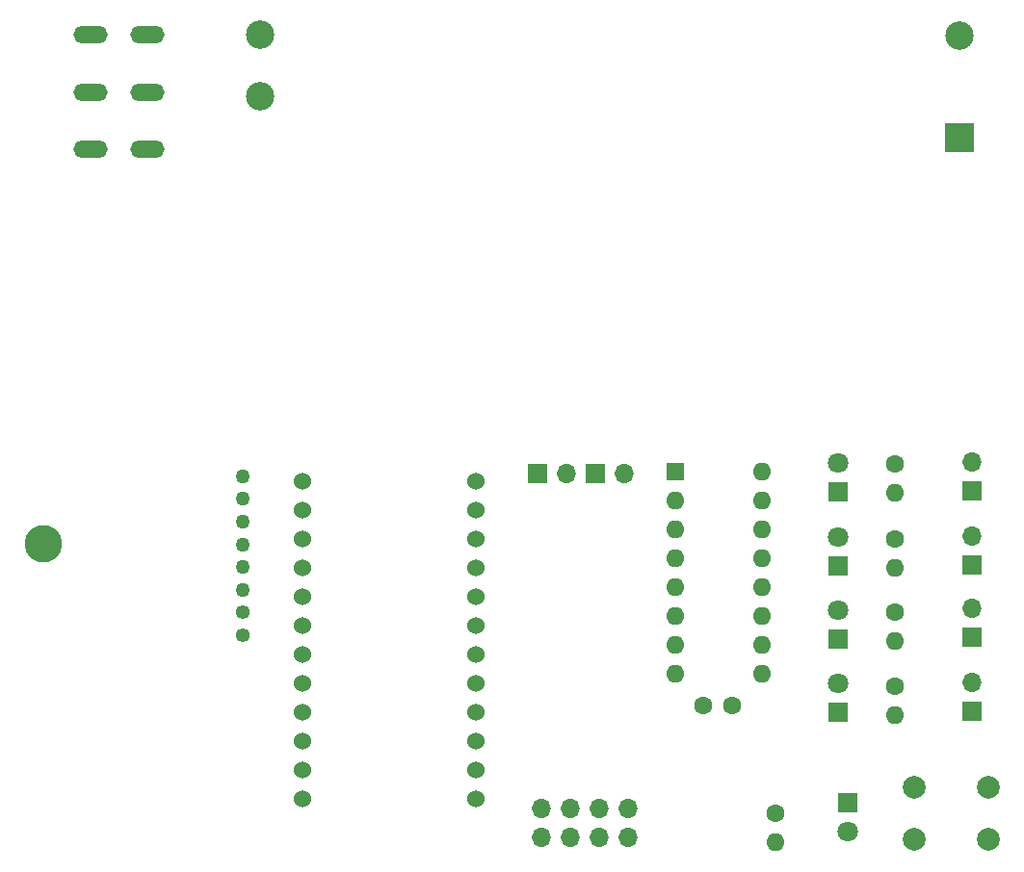
<source format=gbr>
%TF.GenerationSoftware,KiCad,Pcbnew,(5.1.9)-1*%
%TF.CreationDate,2021-02-28T04:15:05+01:00*%
%TF.ProjectId,HB-Uni-SenDose-4,48422d55-6e69-42d5-9365-6e446f73652d,rev?*%
%TF.SameCoordinates,Original*%
%TF.FileFunction,Soldermask,Bot*%
%TF.FilePolarity,Negative*%
%FSLAX46Y46*%
G04 Gerber Fmt 4.6, Leading zero omitted, Abs format (unit mm)*
G04 Created by KiCad (PCBNEW (5.1.9)-1) date 2021-02-28 04:15:05*
%MOMM*%
%LPD*%
G01*
G04 APERTURE LIST*
%ADD10C,1.600000*%
%ADD11O,1.700000X1.700000*%
%ADD12R,1.700000X1.700000*%
%ADD13C,2.500000*%
%ADD14R,2.500000X2.500000*%
%ADD15O,1.600000X1.600000*%
%ADD16R,1.600000X1.600000*%
%ADD17O,3.000000X1.500000*%
%ADD18O,1.270000X1.270000*%
%ADD19C,1.270000*%
%ADD20C,3.300000*%
%ADD21C,1.524000*%
%ADD22C,2.000000*%
%ADD23C,1.800000*%
%ADD24R,1.800000X1.800000*%
G04 APERTURE END LIST*
D10*
%TO.C,C1*%
X143600000Y-113000000D03*
X141100000Y-113000000D03*
%TD*%
D11*
%TO.C,Pump4*%
X164700000Y-110960000D03*
D12*
X164700000Y-113500000D03*
%TD*%
D11*
%TO.C,Pump3*%
X164700000Y-104460000D03*
D12*
X164700000Y-107000000D03*
%TD*%
D11*
%TO.C,Pump2*%
X164700000Y-98060000D03*
D12*
X164700000Y-100600000D03*
%TD*%
D11*
%TO.C,Pump1*%
X164700000Y-91560000D03*
D12*
X164700000Y-94100000D03*
%TD*%
D13*
%TO.C,PS1*%
X102100000Y-53950000D03*
D14*
X163600000Y-63050000D03*
D13*
X102100000Y-59350000D03*
X163600000Y-54050000D03*
%TD*%
D15*
%TO.C,U3*%
X146220000Y-92400000D03*
X138600000Y-110180000D03*
X146220000Y-94940000D03*
X138600000Y-107640000D03*
X146220000Y-97480000D03*
X138600000Y-105100000D03*
X146220000Y-100020000D03*
X138600000Y-102560000D03*
X146220000Y-102560000D03*
X138600000Y-100020000D03*
X146220000Y-105100000D03*
X138600000Y-97480000D03*
X146220000Y-107640000D03*
X138600000Y-94940000D03*
X146220000Y-110180000D03*
D16*
X138600000Y-92400000D03*
%TD*%
D17*
%TO.C,X1*%
X87250000Y-64000000D03*
X92250000Y-64000000D03*
X87250000Y-59000000D03*
X92250000Y-59000000D03*
X87250000Y-54000000D03*
X92250000Y-54000000D03*
%TD*%
D18*
%TO.C,U2*%
X100600000Y-106800000D03*
X100600000Y-104800000D03*
D19*
X100600000Y-102800000D03*
X100600000Y-100800000D03*
X100600000Y-98800000D03*
X100600000Y-96800000D03*
X100600000Y-94800000D03*
X100600000Y-92800000D03*
D20*
X83074000Y-98784000D03*
%TD*%
D21*
%TO.C,U1*%
X121140000Y-121220000D03*
X121140000Y-118680000D03*
X121140000Y-116140000D03*
X121140000Y-113600000D03*
X121140000Y-111060000D03*
X121140000Y-108520000D03*
X121140000Y-105980000D03*
X121140000Y-103440000D03*
X121140000Y-100900000D03*
X121140000Y-98360000D03*
X121140000Y-95820000D03*
X121140000Y-93280000D03*
X105900000Y-93280000D03*
X105900000Y-95820000D03*
X105900000Y-98360000D03*
X105900000Y-100900000D03*
X105900000Y-103440000D03*
X105900000Y-105980000D03*
X105900000Y-108520000D03*
X105900000Y-111060000D03*
X105900000Y-113600000D03*
X105900000Y-116140000D03*
X105900000Y-118680000D03*
X105900000Y-121220000D03*
%TD*%
D22*
%TO.C,SW1*%
X159650000Y-124700000D03*
X159650000Y-120200000D03*
X166150000Y-124700000D03*
X166150000Y-120200000D03*
%TD*%
D15*
%TO.C,R5*%
X147400000Y-124990000D03*
D10*
X147400000Y-122450000D03*
%TD*%
D15*
%TO.C,R4*%
X157900000Y-113840000D03*
D10*
X157900000Y-111300000D03*
%TD*%
D15*
%TO.C,R3*%
X157900000Y-107340000D03*
D10*
X157900000Y-104800000D03*
%TD*%
D15*
%TO.C,R2*%
X157900000Y-100840000D03*
D10*
X157900000Y-98300000D03*
%TD*%
D15*
%TO.C,R1*%
X157900000Y-94240000D03*
D10*
X157900000Y-91700000D03*
%TD*%
D11*
%TO.C,J6*%
X134520000Y-124540000D03*
X134520000Y-122000000D03*
X131980000Y-124540000D03*
X131980000Y-122000000D03*
X129440000Y-124540000D03*
X129440000Y-122000000D03*
X126900000Y-124540000D03*
X126900000Y-122000000D03*
%TD*%
%TO.C,J1*%
X134120000Y-92600000D03*
D12*
X131580000Y-92600000D03*
D11*
X129040000Y-92600000D03*
D12*
X126500000Y-92600000D03*
%TD*%
D23*
%TO.C,D5*%
X153800000Y-124040000D03*
D24*
X153800000Y-121500000D03*
%TD*%
D23*
%TO.C,D4*%
X152900000Y-111060000D03*
D24*
X152900000Y-113600000D03*
%TD*%
D23*
%TO.C,D3*%
X152900000Y-104560000D03*
D24*
X152900000Y-107100000D03*
%TD*%
D23*
%TO.C,D2*%
X152900000Y-98160000D03*
D24*
X152900000Y-100700000D03*
%TD*%
D23*
%TO.C,D1*%
X152900000Y-91660000D03*
D24*
X152900000Y-94200000D03*
%TD*%
M02*

</source>
